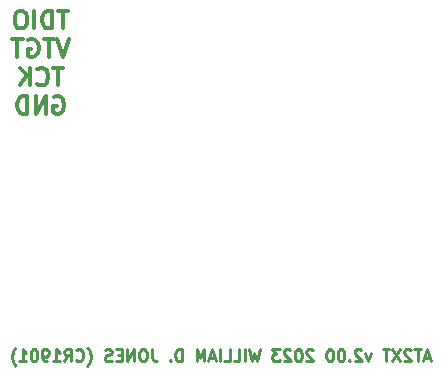
<source format=gbo>
G04 #@! TF.GenerationSoftware,KiCad,Pcbnew,(6.0.10)*
G04 #@! TF.CreationDate,2023-01-17T19:05:00-05:00*
G04 #@! TF.ProjectId,at2xt,61743278-742e-46b6-9963-61645f706362,rev?*
G04 #@! TF.SameCoordinates,PX9fdfbc0PY31a8670*
G04 #@! TF.FileFunction,Legend,Bot*
G04 #@! TF.FilePolarity,Positive*
%FSLAX46Y46*%
G04 Gerber Fmt 4.6, Leading zero omitted, Abs format (unit mm)*
G04 Created by KiCad (PCBNEW (6.0.10)) date 2023-01-17 19:05:00*
%MOMM*%
%LPD*%
G01*
G04 APERTURE LIST*
%ADD10C,0.250000*%
%ADD11C,0.300000*%
%ADD12C,2.100000*%
%ADD13C,1.650000*%
%ADD14C,3.900000*%
%ADD15R,1.700000X1.700000*%
%ADD16O,1.700000X1.700000*%
G04 APERTURE END LIST*
D10*
X-5145715Y-36996666D02*
X-5621905Y-36996666D01*
X-5050477Y-37282380D02*
X-5383810Y-36282380D01*
X-5717143Y-37282380D01*
X-5907620Y-36282380D02*
X-6479048Y-36282380D01*
X-6193334Y-37282380D02*
X-6193334Y-36282380D01*
X-6764762Y-36377619D02*
X-6812381Y-36330000D01*
X-6907620Y-36282380D01*
X-7145715Y-36282380D01*
X-7240953Y-36330000D01*
X-7288572Y-36377619D01*
X-7336191Y-36472857D01*
X-7336191Y-36568095D01*
X-7288572Y-36710952D01*
X-6717143Y-37282380D01*
X-7336191Y-37282380D01*
X-7669524Y-36282380D02*
X-8336191Y-37282380D01*
X-8336191Y-36282380D02*
X-7669524Y-37282380D01*
X-8574286Y-36282380D02*
X-9145715Y-36282380D01*
X-8860000Y-37282380D02*
X-8860000Y-36282380D01*
X-10145715Y-36615714D02*
X-10383810Y-37282380D01*
X-10621905Y-36615714D01*
X-10955239Y-36377619D02*
X-11002858Y-36330000D01*
X-11098096Y-36282380D01*
X-11336191Y-36282380D01*
X-11431429Y-36330000D01*
X-11479048Y-36377619D01*
X-11526667Y-36472857D01*
X-11526667Y-36568095D01*
X-11479048Y-36710952D01*
X-10907620Y-37282380D01*
X-11526667Y-37282380D01*
X-11955239Y-37187142D02*
X-12002858Y-37234761D01*
X-11955239Y-37282380D01*
X-11907620Y-37234761D01*
X-11955239Y-37187142D01*
X-11955239Y-37282380D01*
X-12621905Y-36282380D02*
X-12717143Y-36282380D01*
X-12812381Y-36330000D01*
X-12860000Y-36377619D01*
X-12907620Y-36472857D01*
X-12955239Y-36663333D01*
X-12955239Y-36901428D01*
X-12907620Y-37091904D01*
X-12860000Y-37187142D01*
X-12812381Y-37234761D01*
X-12717143Y-37282380D01*
X-12621905Y-37282380D01*
X-12526667Y-37234761D01*
X-12479048Y-37187142D01*
X-12431429Y-37091904D01*
X-12383810Y-36901428D01*
X-12383810Y-36663333D01*
X-12431429Y-36472857D01*
X-12479048Y-36377619D01*
X-12526667Y-36330000D01*
X-12621905Y-36282380D01*
X-13574286Y-36282380D02*
X-13669524Y-36282380D01*
X-13764762Y-36330000D01*
X-13812381Y-36377619D01*
X-13860000Y-36472857D01*
X-13907620Y-36663333D01*
X-13907620Y-36901428D01*
X-13860000Y-37091904D01*
X-13812381Y-37187142D01*
X-13764762Y-37234761D01*
X-13669524Y-37282380D01*
X-13574286Y-37282380D01*
X-13479048Y-37234761D01*
X-13431429Y-37187142D01*
X-13383810Y-37091904D01*
X-13336191Y-36901428D01*
X-13336191Y-36663333D01*
X-13383810Y-36472857D01*
X-13431429Y-36377619D01*
X-13479048Y-36330000D01*
X-13574286Y-36282380D01*
X-15050477Y-36377619D02*
X-15098096Y-36330000D01*
X-15193334Y-36282380D01*
X-15431429Y-36282380D01*
X-15526667Y-36330000D01*
X-15574286Y-36377619D01*
X-15621905Y-36472857D01*
X-15621905Y-36568095D01*
X-15574286Y-36710952D01*
X-15002858Y-37282380D01*
X-15621905Y-37282380D01*
X-16240953Y-36282380D02*
X-16336191Y-36282380D01*
X-16431429Y-36330000D01*
X-16479048Y-36377619D01*
X-16526667Y-36472857D01*
X-16574286Y-36663333D01*
X-16574286Y-36901428D01*
X-16526667Y-37091904D01*
X-16479048Y-37187142D01*
X-16431429Y-37234761D01*
X-16336191Y-37282380D01*
X-16240953Y-37282380D01*
X-16145715Y-37234761D01*
X-16098096Y-37187142D01*
X-16050477Y-37091904D01*
X-16002858Y-36901428D01*
X-16002858Y-36663333D01*
X-16050477Y-36472857D01*
X-16098096Y-36377619D01*
X-16145715Y-36330000D01*
X-16240953Y-36282380D01*
X-16955239Y-36377619D02*
X-17002858Y-36330000D01*
X-17098096Y-36282380D01*
X-17336191Y-36282380D01*
X-17431429Y-36330000D01*
X-17479048Y-36377619D01*
X-17526667Y-36472857D01*
X-17526667Y-36568095D01*
X-17479048Y-36710952D01*
X-16907620Y-37282380D01*
X-17526667Y-37282380D01*
X-17860000Y-36282380D02*
X-18479048Y-36282380D01*
X-18145715Y-36663333D01*
X-18288572Y-36663333D01*
X-18383810Y-36710952D01*
X-18431429Y-36758571D01*
X-18479048Y-36853809D01*
X-18479048Y-37091904D01*
X-18431429Y-37187142D01*
X-18383810Y-37234761D01*
X-18288572Y-37282380D01*
X-18002858Y-37282380D01*
X-17907620Y-37234761D01*
X-17860000Y-37187142D01*
X-19574286Y-36282380D02*
X-19812381Y-37282380D01*
X-20002858Y-36568095D01*
X-20193334Y-37282380D01*
X-20431429Y-36282380D01*
X-20812381Y-37282380D02*
X-20812381Y-36282380D01*
X-21764762Y-37282380D02*
X-21288572Y-37282380D01*
X-21288572Y-36282380D01*
X-22574286Y-37282380D02*
X-22098096Y-37282380D01*
X-22098096Y-36282380D01*
X-22907620Y-37282380D02*
X-22907620Y-36282380D01*
X-23336191Y-36996666D02*
X-23812381Y-36996666D01*
X-23240953Y-37282380D02*
X-23574286Y-36282380D01*
X-23907620Y-37282380D01*
X-24240953Y-37282380D02*
X-24240953Y-36282380D01*
X-24574286Y-36996666D01*
X-24907620Y-36282380D01*
X-24907620Y-37282380D01*
X-26145715Y-37282380D02*
X-26145715Y-36282380D01*
X-26383810Y-36282380D01*
X-26526667Y-36330000D01*
X-26621905Y-36425238D01*
X-26669524Y-36520476D01*
X-26717143Y-36710952D01*
X-26717143Y-36853809D01*
X-26669524Y-37044285D01*
X-26621905Y-37139523D01*
X-26526667Y-37234761D01*
X-26383810Y-37282380D01*
X-26145715Y-37282380D01*
X-27145715Y-37187142D02*
X-27193334Y-37234761D01*
X-27145715Y-37282380D01*
X-27098096Y-37234761D01*
X-27145715Y-37187142D01*
X-27145715Y-37282380D01*
X-28669524Y-36282380D02*
X-28669524Y-36996666D01*
X-28621905Y-37139523D01*
X-28526667Y-37234761D01*
X-28383810Y-37282380D01*
X-28288572Y-37282380D01*
X-29336191Y-36282380D02*
X-29526667Y-36282380D01*
X-29621905Y-36330000D01*
X-29717143Y-36425238D01*
X-29764762Y-36615714D01*
X-29764762Y-36949047D01*
X-29717143Y-37139523D01*
X-29621905Y-37234761D01*
X-29526667Y-37282380D01*
X-29336191Y-37282380D01*
X-29240953Y-37234761D01*
X-29145715Y-37139523D01*
X-29098096Y-36949047D01*
X-29098096Y-36615714D01*
X-29145715Y-36425238D01*
X-29240953Y-36330000D01*
X-29336191Y-36282380D01*
X-30193334Y-37282380D02*
X-30193334Y-36282380D01*
X-30764762Y-37282380D01*
X-30764762Y-36282380D01*
X-31240953Y-36758571D02*
X-31574286Y-36758571D01*
X-31717143Y-37282380D02*
X-31240953Y-37282380D01*
X-31240953Y-36282380D01*
X-31717143Y-36282380D01*
X-32098096Y-37234761D02*
X-32240953Y-37282380D01*
X-32479048Y-37282380D01*
X-32574286Y-37234761D01*
X-32621905Y-37187142D01*
X-32669524Y-37091904D01*
X-32669524Y-36996666D01*
X-32621905Y-36901428D01*
X-32574286Y-36853809D01*
X-32479048Y-36806190D01*
X-32288572Y-36758571D01*
X-32193334Y-36710952D01*
X-32145715Y-36663333D01*
X-32098096Y-36568095D01*
X-32098096Y-36472857D01*
X-32145715Y-36377619D01*
X-32193334Y-36330000D01*
X-32288572Y-36282380D01*
X-32526667Y-36282380D01*
X-32669524Y-36330000D01*
X-34145715Y-37663333D02*
X-34098096Y-37615714D01*
X-34002858Y-37472857D01*
X-33955239Y-37377619D01*
X-33907620Y-37234761D01*
X-33860000Y-36996666D01*
X-33860000Y-36806190D01*
X-33907620Y-36568095D01*
X-33955239Y-36425238D01*
X-34002858Y-36330000D01*
X-34098096Y-36187142D01*
X-34145715Y-36139523D01*
X-35098096Y-37187142D02*
X-35050477Y-37234761D01*
X-34907620Y-37282380D01*
X-34812381Y-37282380D01*
X-34669524Y-37234761D01*
X-34574286Y-37139523D01*
X-34526667Y-37044285D01*
X-34479048Y-36853809D01*
X-34479048Y-36710952D01*
X-34526667Y-36520476D01*
X-34574286Y-36425238D01*
X-34669524Y-36330000D01*
X-34812381Y-36282380D01*
X-34907620Y-36282380D01*
X-35050477Y-36330000D01*
X-35098096Y-36377619D01*
X-36098096Y-37282380D02*
X-35764762Y-36806190D01*
X-35526667Y-37282380D02*
X-35526667Y-36282380D01*
X-35907620Y-36282380D01*
X-36002858Y-36330000D01*
X-36050477Y-36377619D01*
X-36098096Y-36472857D01*
X-36098096Y-36615714D01*
X-36050477Y-36710952D01*
X-36002858Y-36758571D01*
X-35907620Y-36806190D01*
X-35526667Y-36806190D01*
X-37050477Y-37282380D02*
X-36479048Y-37282380D01*
X-36764762Y-37282380D02*
X-36764762Y-36282380D01*
X-36669524Y-36425238D01*
X-36574286Y-36520476D01*
X-36479048Y-36568095D01*
X-37526667Y-37282380D02*
X-37717143Y-37282380D01*
X-37812381Y-37234761D01*
X-37860000Y-37187142D01*
X-37955239Y-37044285D01*
X-38002858Y-36853809D01*
X-38002858Y-36472857D01*
X-37955239Y-36377619D01*
X-37907620Y-36330000D01*
X-37812381Y-36282380D01*
X-37621905Y-36282380D01*
X-37526667Y-36330000D01*
X-37479048Y-36377619D01*
X-37431429Y-36472857D01*
X-37431429Y-36710952D01*
X-37479048Y-36806190D01*
X-37526667Y-36853809D01*
X-37621905Y-36901428D01*
X-37812381Y-36901428D01*
X-37907620Y-36853809D01*
X-37955239Y-36806190D01*
X-38002858Y-36710952D01*
X-38621905Y-36282380D02*
X-38717143Y-36282380D01*
X-38812381Y-36330000D01*
X-38860000Y-36377619D01*
X-38907620Y-36472857D01*
X-38955239Y-36663333D01*
X-38955239Y-36901428D01*
X-38907620Y-37091904D01*
X-38860000Y-37187142D01*
X-38812381Y-37234761D01*
X-38717143Y-37282380D01*
X-38621905Y-37282380D01*
X-38526667Y-37234761D01*
X-38479048Y-37187142D01*
X-38431429Y-37091904D01*
X-38383810Y-36901428D01*
X-38383810Y-36663333D01*
X-38431429Y-36472857D01*
X-38479048Y-36377619D01*
X-38526667Y-36330000D01*
X-38621905Y-36282380D01*
X-39907620Y-37282380D02*
X-39336191Y-37282380D01*
X-39621905Y-37282380D02*
X-39621905Y-36282380D01*
X-39526667Y-36425238D01*
X-39431429Y-36520476D01*
X-39336191Y-36568095D01*
X-40240953Y-37663333D02*
X-40288572Y-37615714D01*
X-40383810Y-37472857D01*
X-40431429Y-37377619D01*
X-40479048Y-37234761D01*
X-40526667Y-36996666D01*
X-40526667Y-36806190D01*
X-40479048Y-36568095D01*
X-40431429Y-36425238D01*
X-40383810Y-36330000D01*
X-40288572Y-36187142D01*
X-40240953Y-36139523D01*
D11*
X-35778572Y-7621071D02*
X-36635715Y-7621071D01*
X-36207143Y-9121071D02*
X-36207143Y-7621071D01*
X-37135715Y-9121071D02*
X-37135715Y-7621071D01*
X-37492858Y-7621071D01*
X-37707143Y-7692500D01*
X-37850000Y-7835357D01*
X-37921429Y-7978214D01*
X-37992858Y-8263928D01*
X-37992858Y-8478214D01*
X-37921429Y-8763928D01*
X-37850000Y-8906785D01*
X-37707143Y-9049642D01*
X-37492858Y-9121071D01*
X-37135715Y-9121071D01*
X-38635715Y-9121071D02*
X-38635715Y-7621071D01*
X-39635715Y-7621071D02*
X-39921429Y-7621071D01*
X-40064286Y-7692500D01*
X-40207143Y-7835357D01*
X-40278572Y-8121071D01*
X-40278572Y-8621071D01*
X-40207143Y-8906785D01*
X-40064286Y-9049642D01*
X-39921429Y-9121071D01*
X-39635715Y-9121071D01*
X-39492858Y-9049642D01*
X-39350000Y-8906785D01*
X-39278572Y-8621071D01*
X-39278572Y-8121071D01*
X-39350000Y-7835357D01*
X-39492858Y-7692500D01*
X-39635715Y-7621071D01*
X-35707143Y-10036071D02*
X-36207143Y-11536071D01*
X-36707143Y-10036071D01*
X-36992858Y-10036071D02*
X-37850000Y-10036071D01*
X-37421429Y-11536071D02*
X-37421429Y-10036071D01*
X-39135715Y-10107500D02*
X-38992858Y-10036071D01*
X-38778572Y-10036071D01*
X-38564286Y-10107500D01*
X-38421429Y-10250357D01*
X-38350000Y-10393214D01*
X-38278572Y-10678928D01*
X-38278572Y-10893214D01*
X-38350000Y-11178928D01*
X-38421429Y-11321785D01*
X-38564286Y-11464642D01*
X-38778572Y-11536071D01*
X-38921429Y-11536071D01*
X-39135715Y-11464642D01*
X-39207143Y-11393214D01*
X-39207143Y-10893214D01*
X-38921429Y-10893214D01*
X-39635715Y-10036071D02*
X-40492858Y-10036071D01*
X-40064286Y-11536071D02*
X-40064286Y-10036071D01*
X-36171429Y-12451071D02*
X-37028572Y-12451071D01*
X-36600000Y-13951071D02*
X-36600000Y-12451071D01*
X-38385715Y-13808214D02*
X-38314286Y-13879642D01*
X-38100000Y-13951071D01*
X-37957143Y-13951071D01*
X-37742858Y-13879642D01*
X-37600000Y-13736785D01*
X-37528572Y-13593928D01*
X-37457143Y-13308214D01*
X-37457143Y-13093928D01*
X-37528572Y-12808214D01*
X-37600000Y-12665357D01*
X-37742858Y-12522500D01*
X-37957143Y-12451071D01*
X-38100000Y-12451071D01*
X-38314286Y-12522500D01*
X-38385715Y-12593928D01*
X-39028572Y-13951071D02*
X-39028572Y-12451071D01*
X-39885715Y-13951071D02*
X-39242858Y-13093928D01*
X-39885715Y-12451071D02*
X-39028572Y-13308214D01*
X-36957143Y-14937500D02*
X-36814286Y-14866071D01*
X-36600000Y-14866071D01*
X-36385715Y-14937500D01*
X-36242858Y-15080357D01*
X-36171429Y-15223214D01*
X-36100000Y-15508928D01*
X-36100000Y-15723214D01*
X-36171429Y-16008928D01*
X-36242858Y-16151785D01*
X-36385715Y-16294642D01*
X-36600000Y-16366071D01*
X-36742858Y-16366071D01*
X-36957143Y-16294642D01*
X-37028572Y-16223214D01*
X-37028572Y-15723214D01*
X-36742858Y-15723214D01*
X-37671429Y-16366071D02*
X-37671429Y-14866071D01*
X-38528572Y-16366071D01*
X-38528572Y-14866071D01*
X-39242858Y-16366071D02*
X-39242858Y-14866071D01*
X-39600000Y-14866071D01*
X-39814286Y-14937500D01*
X-39957143Y-15080357D01*
X-40028572Y-15223214D01*
X-40100000Y-15508928D01*
X-40100000Y-15723214D01*
X-40028572Y-16008928D01*
X-39957143Y-16151785D01*
X-39814286Y-16294642D01*
X-39600000Y-16366071D01*
X-39242858Y-16366071D01*
%LPC*%
D12*
G04 #@! TO.C,J3*
X-25520000Y-24430000D03*
X-33020000Y-24430000D03*
X-40520000Y-24430000D03*
X-28020000Y-21930000D03*
X-38020000Y-21930000D03*
X-28020000Y-33930000D03*
X-38020000Y-33930000D03*
G04 #@! TD*
G04 #@! TO.C,J2*
X-17342500Y-5930000D03*
X-27342500Y-5930000D03*
X-17342500Y-17930000D03*
X-27342500Y-17930000D03*
X-14842500Y-15430000D03*
X-22342500Y-15430000D03*
X-29842500Y-15430000D03*
G04 #@! TD*
D13*
G04 #@! TO.C,J4*
X-10130000Y-27430000D03*
X-12730000Y-27430000D03*
X-8030000Y-27430000D03*
X-14830000Y-27430000D03*
X-8030000Y-24930000D03*
X-14830000Y-24930000D03*
D14*
X-4680000Y-30430000D03*
X-11430000Y-31230000D03*
X-18180000Y-30430000D03*
G04 #@! TD*
D15*
G04 #@! TO.C,J1*
X-42545000Y-8255000D03*
D16*
X-42545000Y-10795000D03*
X-42545000Y-13335000D03*
X-42545000Y-15875000D03*
G04 #@! TD*
M02*

</source>
